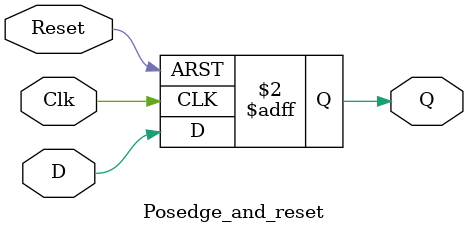
<source format=v>
`timescale 1ns / 1ps

module Posedge_and_reset(
    input D,
    input Clk,
    input Reset,
    output reg Q
    );
    
    always @(posedge Clk or posedge Reset)
        if (Reset)
            Q <= 1'b0;
        else
            Q <= D; 
    
endmodule

</source>
